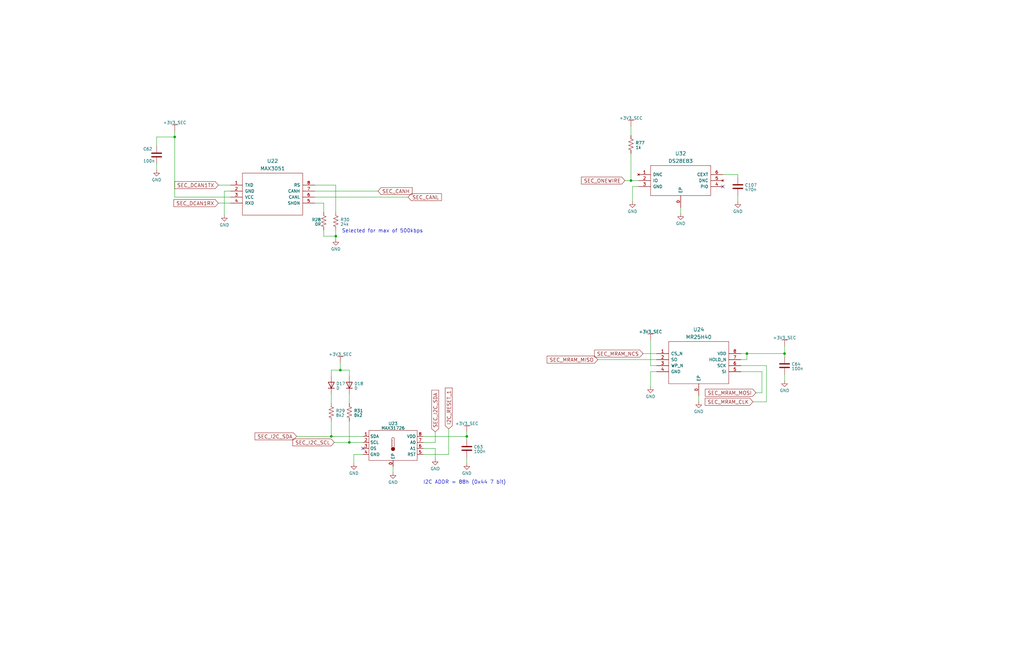
<source format=kicad_sch>
(kicad_sch (version 20230121) (generator eeschema)

  (uuid 1bdceff9-10eb-4c89-a6d1-b70bb89ed234)

  (paper "USLedger")

  (title_block
    (title "Radiation Tolerant Internal Housekeeping Unit (IHU)")
    (date "2023-08-24")
    (rev "1.2A")
    (company "AMSAT-NA")
    (comment 1 "C. Castillo")
    (comment 2 "Z. Metzinger")
  )

  (lib_symbols
    (symbol "Device:C" (pin_numbers hide) (pin_names (offset 0.254)) (in_bom yes) (on_board yes)
      (property "Reference" "C" (at 0.635 2.54 0)
        (effects (font (size 1.27 1.27)) (justify left))
      )
      (property "Value" "C" (at 0.635 -2.54 0)
        (effects (font (size 1.27 1.27)) (justify left))
      )
      (property "Footprint" "" (at 0.9652 -3.81 0)
        (effects (font (size 1.27 1.27)) hide)
      )
      (property "Datasheet" "~" (at 0 0 0)
        (effects (font (size 1.27 1.27)) hide)
      )
      (property "ki_keywords" "cap capacitor" (at 0 0 0)
        (effects (font (size 1.27 1.27)) hide)
      )
      (property "ki_description" "Unpolarized capacitor" (at 0 0 0)
        (effects (font (size 1.27 1.27)) hide)
      )
      (property "ki_fp_filters" "C_*" (at 0 0 0)
        (effects (font (size 1.27 1.27)) hide)
      )
      (symbol "C_0_1"
        (polyline
          (pts
            (xy -2.032 -0.762)
            (xy 2.032 -0.762)
          )
          (stroke (width 0.508) (type default))
          (fill (type none))
        )
        (polyline
          (pts
            (xy -2.032 0.762)
            (xy 2.032 0.762)
          )
          (stroke (width 0.508) (type default))
          (fill (type none))
        )
      )
      (symbol "C_1_1"
        (pin passive line (at 0 3.81 270) (length 2.794)
          (name "~" (effects (font (size 1.27 1.27))))
          (number "1" (effects (font (size 1.27 1.27))))
        )
        (pin passive line (at 0 -3.81 90) (length 2.794)
          (name "~" (effects (font (size 1.27 1.27))))
          (number "2" (effects (font (size 1.27 1.27))))
        )
      )
    )
    (symbol "Device:D" (pin_numbers hide) (pin_names (offset 1.016) hide) (in_bom yes) (on_board yes)
      (property "Reference" "D" (at 0 2.54 0)
        (effects (font (size 1.27 1.27)))
      )
      (property "Value" "D" (at 0 -2.54 0)
        (effects (font (size 1.27 1.27)))
      )
      (property "Footprint" "" (at 0 0 0)
        (effects (font (size 1.27 1.27)) hide)
      )
      (property "Datasheet" "~" (at 0 0 0)
        (effects (font (size 1.27 1.27)) hide)
      )
      (property "Sim.Device" "D" (at 0 0 0)
        (effects (font (size 1.27 1.27)) hide)
      )
      (property "Sim.Pins" "1=K 2=A" (at 0 0 0)
        (effects (font (size 1.27 1.27)) hide)
      )
      (property "ki_keywords" "diode" (at 0 0 0)
        (effects (font (size 1.27 1.27)) hide)
      )
      (property "ki_description" "Diode" (at 0 0 0)
        (effects (font (size 1.27 1.27)) hide)
      )
      (property "ki_fp_filters" "TO-???* *_Diode_* *SingleDiode* D_*" (at 0 0 0)
        (effects (font (size 1.27 1.27)) hide)
      )
      (symbol "D_0_1"
        (polyline
          (pts
            (xy -1.27 1.27)
            (xy -1.27 -1.27)
          )
          (stroke (width 0.254) (type default))
          (fill (type none))
        )
        (polyline
          (pts
            (xy 1.27 0)
            (xy -1.27 0)
          )
          (stroke (width 0) (type default))
          (fill (type none))
        )
        (polyline
          (pts
            (xy 1.27 1.27)
            (xy 1.27 -1.27)
            (xy -1.27 0)
            (xy 1.27 1.27)
          )
          (stroke (width 0.254) (type default))
          (fill (type none))
        )
      )
      (symbol "D_1_1"
        (pin passive line (at -3.81 0 0) (length 2.54)
          (name "K" (effects (font (size 1.27 1.27))))
          (number "1" (effects (font (size 1.27 1.27))))
        )
        (pin passive line (at 3.81 0 180) (length 2.54)
          (name "A" (effects (font (size 1.27 1.27))))
          (number "2" (effects (font (size 1.27 1.27))))
        )
      )
    )
    (symbol "Device:R_US" (pin_numbers hide) (pin_names (offset 0)) (in_bom yes) (on_board yes)
      (property "Reference" "R" (at 2.54 0 90)
        (effects (font (size 1.27 1.27)))
      )
      (property "Value" "R_US" (at -2.54 0 90)
        (effects (font (size 1.27 1.27)))
      )
      (property "Footprint" "" (at 1.016 -0.254 90)
        (effects (font (size 1.27 1.27)) hide)
      )
      (property "Datasheet" "~" (at 0 0 0)
        (effects (font (size 1.27 1.27)) hide)
      )
      (property "ki_keywords" "R res resistor" (at 0 0 0)
        (effects (font (size 1.27 1.27)) hide)
      )
      (property "ki_description" "Resistor, US symbol" (at 0 0 0)
        (effects (font (size 1.27 1.27)) hide)
      )
      (property "ki_fp_filters" "R_*" (at 0 0 0)
        (effects (font (size 1.27 1.27)) hide)
      )
      (symbol "R_US_0_1"
        (polyline
          (pts
            (xy 0 -2.286)
            (xy 0 -2.54)
          )
          (stroke (width 0) (type default))
          (fill (type none))
        )
        (polyline
          (pts
            (xy 0 2.286)
            (xy 0 2.54)
          )
          (stroke (width 0) (type default))
          (fill (type none))
        )
        (polyline
          (pts
            (xy 0 -0.762)
            (xy 1.016 -1.143)
            (xy 0 -1.524)
            (xy -1.016 -1.905)
            (xy 0 -2.286)
          )
          (stroke (width 0) (type default))
          (fill (type none))
        )
        (polyline
          (pts
            (xy 0 0.762)
            (xy 1.016 0.381)
            (xy 0 0)
            (xy -1.016 -0.381)
            (xy 0 -0.762)
          )
          (stroke (width 0) (type default))
          (fill (type none))
        )
        (polyline
          (pts
            (xy 0 2.286)
            (xy 1.016 1.905)
            (xy 0 1.524)
            (xy -1.016 1.143)
            (xy 0 0.762)
          )
          (stroke (width 0) (type default))
          (fill (type none))
        )
      )
      (symbol "R_US_1_1"
        (pin passive line (at 0 3.81 270) (length 1.27)
          (name "~" (effects (font (size 1.27 1.27))))
          (number "1" (effects (font (size 1.27 1.27))))
        )
        (pin passive line (at 0 -3.81 90) (length 1.27)
          (name "~" (effects (font (size 1.27 1.27))))
          (number "2" (effects (font (size 1.27 1.27))))
        )
      )
    )
    (symbol "amsat_discrete:+3V3_SEC" (power) (pin_names (offset 0)) (in_bom yes) (on_board yes)
      (property "Reference" "#PWR" (at 0 -3.81 0)
        (effects (font (size 1.27 1.27)) hide)
      )
      (property "Value" "+3V3_SEC" (at 0 3.556 0)
        (effects (font (size 1.27 1.27)))
      )
      (property "Footprint" "" (at 0 0 0)
        (effects (font (size 1.27 1.27)) hide)
      )
      (property "Datasheet" "" (at 0 0 0)
        (effects (font (size 1.27 1.27)) hide)
      )
      (property "ki_keywords" "Power Flag Symbol" (at 0 0 0)
        (effects (font (size 1.27 1.27)) hide)
      )
      (property "ki_description" "Power Net, Secondary, +3.3V" (at 0 0 0)
        (effects (font (size 1.27 1.27)) hide)
      )
      (symbol "+3V3_SEC_0_1"
        (polyline
          (pts
            (xy -1.27 2.54)
            (xy 0 2.54)
          )
          (stroke (width 0) (type solid))
          (fill (type none))
        )
        (polyline
          (pts
            (xy 0 0)
            (xy 0 2.54)
          )
          (stroke (width 0) (type solid))
          (fill (type none))
        )
        (polyline
          (pts
            (xy 0 2.54)
            (xy 1.27 2.54)
          )
          (stroke (width 0) (type solid))
          (fill (type none))
        )
      )
      (symbol "+3V3_SEC_1_1"
        (pin power_in line (at 0 0 90) (length 0) hide
          (name "+3V3_SEC" (effects (font (size 1.27 1.27))))
          (number "1" (effects (font (size 1.27 1.27))))
        )
      )
    )
    (symbol "amsat_everspin:MR25H40" (pin_names (offset 1.016)) (in_bom yes) (on_board yes)
      (property "Reference" "U" (at 11.43 -10.16 0)
        (effects (font (size 1.524 1.524)))
      )
      (property "Value" "MR25H40" (at 0 6.35 0)
        (effects (font (size 1.524 1.524)))
      )
      (property "Footprint" "" (at 0 0 0)
        (effects (font (size 1.524 1.524)) hide)
      )
      (property "Datasheet" "" (at 0 0 0)
        (effects (font (size 1.524 1.524)) hide)
      )
      (property "ki_description" "MRAM 512kB SPI 40MHz" (at 0 0 0)
        (effects (font (size 1.27 1.27)) hide)
      )
      (symbol "MR25H40_0_1"
        (rectangle (start -12.7 8.89) (end 12.7 -8.89)
          (stroke (width 0) (type solid))
          (fill (type none))
        )
      )
      (symbol "MR25H40_1_1"
        (pin power_in line (at 0 -13.97 90) (length 5.08)
          (name "EP" (effects (font (size 1.27 1.27))))
          (number "0" (effects (font (size 1.27 1.27))))
        )
        (pin input line (at -17.78 3.81 0) (length 5.08)
          (name "CS_N" (effects (font (size 1.27 1.27))))
          (number "1" (effects (font (size 1.27 1.27))))
        )
        (pin output line (at -17.78 1.27 0) (length 5.08)
          (name "SO" (effects (font (size 1.27 1.27))))
          (number "2" (effects (font (size 1.27 1.27))))
        )
        (pin input line (at -17.78 -1.27 0) (length 5.08)
          (name "WP_N" (effects (font (size 1.27 1.27))))
          (number "3" (effects (font (size 1.27 1.27))))
        )
        (pin power_in line (at -17.78 -3.81 0) (length 5.08)
          (name "GND" (effects (font (size 1.27 1.27))))
          (number "4" (effects (font (size 1.27 1.27))))
        )
        (pin input line (at 17.78 -3.81 180) (length 5.08)
          (name "SI" (effects (font (size 1.27 1.27))))
          (number "5" (effects (font (size 1.27 1.27))))
        )
        (pin input line (at 17.78 -1.27 180) (length 5.08)
          (name "SCK" (effects (font (size 1.27 1.27))))
          (number "6" (effects (font (size 1.27 1.27))))
        )
        (pin input line (at 17.78 1.27 180) (length 5.08)
          (name "HOLD_N" (effects (font (size 1.27 1.27))))
          (number "7" (effects (font (size 1.27 1.27))))
        )
        (pin power_in line (at 17.78 3.81 180) (length 5.08)
          (name "VDD" (effects (font (size 1.27 1.27))))
          (number "8" (effects (font (size 1.27 1.27))))
        )
      )
    )
    (symbol "amsat_maxim:DS28E83" (pin_names (offset 1.016)) (in_bom yes) (on_board yes)
      (property "Reference" "U" (at 11.43 -10.16 0)
        (effects (font (size 1.524 1.524)))
      )
      (property "Value" "DS28E83" (at 0 0 0)
        (effects (font (size 1.524 1.524)))
      )
      (property "Footprint" "" (at 0 0 0)
        (effects (font (size 1.524 1.524)) hide)
      )
      (property "Datasheet" "" (at 0 0 0)
        (effects (font (size 1.524 1.524)) hide)
      )
      (property "ki_description" "Radiation Resistant 1-Wire Authenticator" (at 0 0 0)
        (effects (font (size 1.27 1.27)) hide)
      )
      (property "ki_fp_filters" "TDFN_T633_2" (at 0 0 0)
        (effects (font (size 1.27 1.27)) hide)
      )
      (symbol "DS28E83_0_1"
        (rectangle (start -12.7 6.35) (end 12.7 -6.35)
          (stroke (width 0) (type solid))
          (fill (type none))
        )
      )
      (symbol "DS28E83_1_1"
        (pin power_in line (at 0 -11.43 90) (length 5.08)
          (name "EP" (effects (font (size 1.27 1.27))))
          (number "0" (effects (font (size 1.27 1.27))))
        )
        (pin no_connect line (at -17.78 2.54 0) (length 5.08)
          (name "DNC" (effects (font (size 1.27 1.27))))
          (number "1" (effects (font (size 1.27 1.27))))
        )
        (pin bidirectional line (at -17.78 0 0) (length 5.08)
          (name "IO" (effects (font (size 1.27 1.27))))
          (number "2" (effects (font (size 1.27 1.27))))
        )
        (pin power_in line (at -17.78 -2.54 0) (length 5.08)
          (name "GND" (effects (font (size 1.27 1.27))))
          (number "3" (effects (font (size 1.27 1.27))))
        )
        (pin bidirectional line (at 17.78 -2.54 180) (length 5.08)
          (name "PIO" (effects (font (size 1.27 1.27))))
          (number "4" (effects (font (size 1.27 1.27))))
        )
        (pin no_connect line (at 17.78 0 180) (length 5.08)
          (name "DNC" (effects (font (size 1.27 1.27))))
          (number "5" (effects (font (size 1.27 1.27))))
        )
        (pin passive line (at 17.78 2.54 180) (length 5.08)
          (name "CEXT" (effects (font (size 1.27 1.27))))
          (number "6" (effects (font (size 1.27 1.27))))
        )
      )
    )
    (symbol "amsat_maxim:MAX3051" (pin_names (offset 1.016)) (in_bom yes) (on_board yes)
      (property "Reference" "U" (at 11.43 -10.16 0)
        (effects (font (size 1.524 1.524)))
      )
      (property "Value" "MAX3051" (at 0 0 0)
        (effects (font (size 1.524 1.524)))
      )
      (property "Footprint" "" (at 0 0 0)
        (effects (font (size 1.524 1.524)) hide)
      )
      (property "Datasheet" "" (at 0 0 0)
        (effects (font (size 1.524 1.524)) hide)
      )
      (property "ki_description" "CAN Transciever, +3.3v, 1Mbps" (at 0 0 0)
        (effects (font (size 1.27 1.27)) hide)
      )
      (symbol "MAX3051_0_1"
        (rectangle (start -12.7 8.89) (end 12.7 -8.89)
          (stroke (width 0) (type solid))
          (fill (type none))
        )
      )
      (symbol "MAX3051_1_1"
        (pin input line (at -17.78 3.81 0) (length 5.08)
          (name "TXD" (effects (font (size 1.27 1.27))))
          (number "1" (effects (font (size 1.27 1.27))))
        )
        (pin input line (at -17.78 1.27 0) (length 5.08)
          (name "GND" (effects (font (size 1.27 1.27))))
          (number "2" (effects (font (size 1.27 1.27))))
        )
        (pin input line (at -17.78 -1.27 0) (length 5.08)
          (name "VCC" (effects (font (size 1.27 1.27))))
          (number "3" (effects (font (size 1.27 1.27))))
        )
        (pin output line (at -17.78 -3.81 0) (length 5.08)
          (name "RXD" (effects (font (size 1.27 1.27))))
          (number "4" (effects (font (size 1.27 1.27))))
        )
        (pin input line (at 17.78 -3.81 180) (length 5.08)
          (name "SHDN" (effects (font (size 1.27 1.27))))
          (number "5" (effects (font (size 1.27 1.27))))
        )
        (pin bidirectional line (at 17.78 -1.27 180) (length 5.08)
          (name "CANL" (effects (font (size 1.27 1.27))))
          (number "6" (effects (font (size 1.27 1.27))))
        )
        (pin bidirectional line (at 17.78 1.27 180) (length 5.08)
          (name "CANH" (effects (font (size 1.27 1.27))))
          (number "7" (effects (font (size 1.27 1.27))))
        )
        (pin input line (at 17.78 3.81 180) (length 5.08)
          (name "RS" (effects (font (size 1.27 1.27))))
          (number "8" (effects (font (size 1.27 1.27))))
        )
      )
    )
    (symbol "amsat_maxim:MAX31726" (in_bom yes) (on_board yes)
      (property "Reference" "U" (at 0 10.795 0)
        (effects (font (size 1.27 1.27)))
      )
      (property "Value" "MAX31726" (at 0 8.89 0)
        (effects (font (size 1.27 1.27)))
      )
      (property "Footprint" "amsat_updated_symbols:TDFN8_CP1.58x2.53" (at 0 -10.16 0)
        (effects (font (size 1.27 1.27)) hide)
      )
      (property "Datasheet" "https://www.analog.com/media/en/technical-documentation/data-sheets/MAX31725-MAX31726.pdf" (at 2.413 -11.684 0)
        (effects (font (size 1.27 1.27)) hide)
      )
      (property "ki_description" "I2C Temperature Sensor" (at 0 0 0)
        (effects (font (size 1.27 1.27)) hide)
      )
      (symbol "MAX31726_1_1"
        (rectangle (start -10.16 7.62) (end 10.16 -5.08)
          (stroke (width 0) (type default))
          (fill (type none))
        )
        (circle (center 0 -0.254) (radius 0.7405)
          (stroke (width 0) (type default))
          (fill (type outline))
        )
        (polyline
          (pts
            (xy -0.508 0.254)
            (xy -0.508 4.064)
          )
          (stroke (width 0) (type default))
          (fill (type none))
        )
        (polyline
          (pts
            (xy -0.508 1.143)
            (xy -0.254 1.143)
          )
          (stroke (width 0) (type default))
          (fill (type none))
        )
        (polyline
          (pts
            (xy -0.508 1.905)
            (xy -0.127 1.905)
          )
          (stroke (width 0) (type default))
          (fill (type none))
        )
        (polyline
          (pts
            (xy -0.508 2.667)
            (xy -0.127 2.667)
          )
          (stroke (width 0) (type default))
          (fill (type none))
        )
        (polyline
          (pts
            (xy -0.508 3.429)
            (xy -0.127 3.429)
          )
          (stroke (width 0) (type default))
          (fill (type none))
        )
        (polyline
          (pts
            (xy -0.254 1.143)
            (xy -0.127 1.143)
          )
          (stroke (width 0) (type default))
          (fill (type none))
        )
        (polyline
          (pts
            (xy 0.508 0.254)
            (xy 0.508 4.064)
          )
          (stroke (width 0) (type default))
          (fill (type none))
        )
        (arc (start 0 4.572) (mid -0.3592 4.4232) (end -0.508 4.064)
          (stroke (width 0) (type default))
          (fill (type none))
        )
        (arc (start 0.508 4.064) (mid 0.3592 4.4232) (end 0 4.572)
          (stroke (width 0) (type default))
          (fill (type none))
        )
        (pin input line (at 0 -7.62 90) (length 2.54)
          (name "EP" (effects (font (size 1.27 1.27))))
          (number "0" (effects (font (size 1.27 1.27))))
        )
        (pin bidirectional line (at -12.7 5.08 0) (length 2.54)
          (name "SDA" (effects (font (size 1.27 1.27))))
          (number "1" (effects (font (size 1.27 1.27))))
        )
        (pin bidirectional line (at -12.7 2.54 0) (length 2.54)
          (name "SCL" (effects (font (size 1.27 1.27))))
          (number "2" (effects (font (size 1.27 1.27))))
        )
        (pin input line (at -12.7 0 0) (length 2.54)
          (name "OS" (effects (font (size 1.27 1.27))))
          (number "3" (effects (font (size 1.27 1.27))))
        )
        (pin power_in line (at -12.7 -2.54 0) (length 2.54)
          (name "GND" (effects (font (size 1.27 1.27))))
          (number "4" (effects (font (size 1.27 1.27))))
        )
        (pin input line (at 12.7 -2.54 180) (length 2.54)
          (name "RST" (effects (font (size 1.27 1.27))))
          (number "5" (effects (font (size 1.27 1.27))))
        )
        (pin input line (at 12.7 0 180) (length 2.54)
          (name "A1" (effects (font (size 1.27 1.27))))
          (number "6" (effects (font (size 1.27 1.27))))
        )
        (pin input line (at 12.7 2.54 180) (length 2.54)
          (name "A0" (effects (font (size 1.27 1.27))))
          (number "7" (effects (font (size 1.27 1.27))))
        )
        (pin power_in line (at 12.7 5.08 180) (length 2.54)
          (name "VDD" (effects (font (size 1.27 1.27))))
          (number "8" (effects (font (size 1.27 1.27))))
        )
      )
    )
    (symbol "power:GND" (power) (pin_names (offset 0)) (in_bom yes) (on_board yes)
      (property "Reference" "#PWR" (at 0 -6.35 0)
        (effects (font (size 1.27 1.27)) hide)
      )
      (property "Value" "GND" (at 0 -3.81 0)
        (effects (font (size 1.27 1.27)))
      )
      (property "Footprint" "" (at 0 0 0)
        (effects (font (size 1.27 1.27)) hide)
      )
      (property "Datasheet" "" (at 0 0 0)
        (effects (font (size 1.27 1.27)) hide)
      )
      (property "ki_keywords" "global power" (at 0 0 0)
        (effects (font (size 1.27 1.27)) hide)
      )
      (property "ki_description" "Power symbol creates a global label with name \"GND\" , ground" (at 0 0 0)
        (effects (font (size 1.27 1.27)) hide)
      )
      (symbol "GND_0_1"
        (polyline
          (pts
            (xy 0 0)
            (xy 0 -1.27)
            (xy 1.27 -1.27)
            (xy 0 -2.54)
            (xy -1.27 -1.27)
            (xy 0 -1.27)
          )
          (stroke (width 0) (type default))
          (fill (type none))
        )
      )
      (symbol "GND_1_1"
        (pin power_in line (at 0 0 270) (length 0) hide
          (name "GND" (effects (font (size 1.27 1.27))))
          (number "1" (effects (font (size 1.27 1.27))))
        )
      )
    )
  )

  (junction (at 266.065 76.2) (diameter 0) (color 0 0 0 0)
    (uuid 21d2b0e5-a4ea-46df-a71e-ac48376f065a)
  )
  (junction (at 143.51 156.21) (diameter 0) (color 0 0 0 0)
    (uuid 43040a6a-b72a-4cb1-8932-524ccb649182)
  )
  (junction (at 196.85 184.15) (diameter 0) (color 0 0 0 0)
    (uuid 522213c4-699c-4f30-90fd-08d580fb5cbb)
  )
  (junction (at 330.835 149.225) (diameter 0) (color 0 0 0 0)
    (uuid 6d65f3ba-b806-43be-9e1b-925b44259e73)
  )
  (junction (at 141.605 99.695) (diameter 0) (color 0 0 0 0)
    (uuid bc5bfe21-139d-4a46-aab1-a1457fef06ea)
  )
  (junction (at 73.66 57.785) (diameter 0) (color 0 0 0 0)
    (uuid ed7a4456-b106-4f12-b8b0-8a4ba7c3ebb8)
  )
  (junction (at 139.7 184.15) (diameter 0) (color 0 0 0 0)
    (uuid f370ca96-efbf-4bd8-8f5d-003b6482688d)
  )
  (junction (at 314.96 149.225) (diameter 0) (color 0 0 0 0)
    (uuid fcb54b1e-7b45-4645-bdd8-0dd8deccd05e)
  )
  (junction (at 147.32 186.69) (diameter 0) (color 0 0 0 0)
    (uuid fdb0ddc9-c1cf-4b60-ac33-977ce1ea98d6)
  )

  (no_connect (at 304.8 78.74) (uuid 117ab1ad-587f-4b8a-a169-a40893b70798))
  (no_connect (at 153.035 189.23) (uuid aee67237-7fbc-40e0-a697-ad8f7e637a1b))

  (wire (pts (xy 66.04 57.785) (xy 73.66 57.785))
    (stroke (width 0) (type default))
    (uuid 03266412-880f-4c5b-bc9a-9b1e9b086e75)
  )
  (wire (pts (xy 189.23 180.975) (xy 189.23 191.77))
    (stroke (width 0) (type default))
    (uuid 0553ce50-aa68-4764-9a9a-c62d7119dab2)
  )
  (wire (pts (xy 178.435 191.77) (xy 189.23 191.77))
    (stroke (width 0) (type default))
    (uuid 06f1a38d-24c4-41b2-86dd-8f4575f46cf0)
  )
  (wire (pts (xy 276.86 156.845) (xy 274.32 156.845))
    (stroke (width 0) (type default))
    (uuid 09e795cf-8e2c-4664-a80d-35a53d8f608a)
  )
  (wire (pts (xy 294.64 167.005) (xy 294.64 169.545))
    (stroke (width 0) (type default))
    (uuid 0d15b51f-d14f-489a-94b4-8fa962508722)
  )
  (wire (pts (xy 321.31 156.845) (xy 321.31 165.735))
    (stroke (width 0) (type default))
    (uuid 105c8488-95b2-48fa-abac-5b57c63e02ca)
  )
  (wire (pts (xy 330.835 146.05) (xy 330.835 149.225))
    (stroke (width 0) (type default))
    (uuid 11e4d7d7-587d-4100-a59b-3088a8e57271)
  )
  (wire (pts (xy 153.035 191.77) (xy 149.225 191.77))
    (stroke (width 0) (type default))
    (uuid 14af47ca-3e2a-4618-ad7b-02b55216bf60)
  )
  (wire (pts (xy 125.095 184.15) (xy 139.7 184.15))
    (stroke (width 0) (type default))
    (uuid 16b18ef6-db86-420e-9ccc-ddb43d5ca7e1)
  )
  (wire (pts (xy 312.42 149.225) (xy 314.96 149.225))
    (stroke (width 0) (type default))
    (uuid 1860d6fd-2904-475e-b3f1-62d7801f441d)
  )
  (wire (pts (xy 178.435 189.23) (xy 183.515 189.23))
    (stroke (width 0) (type default))
    (uuid 1ddc057d-444b-4f94-8561-187163a1fd87)
  )
  (wire (pts (xy 266.065 64.77) (xy 266.065 76.2))
    (stroke (width 0) (type default))
    (uuid 225ede13-5ab4-4fe5-93c5-09712567260f)
  )
  (wire (pts (xy 73.66 55.245) (xy 73.66 57.785))
    (stroke (width 0) (type default))
    (uuid 2569c8e3-4987-4ad8-965a-f338cec93f82)
  )
  (wire (pts (xy 140.97 186.69) (xy 147.32 186.69))
    (stroke (width 0) (type default))
    (uuid 282029d4-9317-4583-b808-72511b066f4c)
  )
  (wire (pts (xy 139.7 184.15) (xy 153.035 184.15))
    (stroke (width 0) (type default))
    (uuid 2b4a51f2-614f-44e9-bf4b-a11a37e15cb2)
  )
  (wire (pts (xy 323.215 169.545) (xy 317.5 169.545))
    (stroke (width 0) (type default))
    (uuid 36bf0626-cdb8-482d-b30c-6ef63a355b27)
  )
  (wire (pts (xy 149.225 191.77) (xy 149.225 195.58))
    (stroke (width 0) (type default))
    (uuid 3855d820-a16f-4d6d-86d7-83e86025f310)
  )
  (wire (pts (xy 132.715 83.185) (xy 172.085 83.185))
    (stroke (width 0) (type default))
    (uuid 3adaf93b-3a85-43b6-8ff8-04f67453cd86)
  )
  (wire (pts (xy 196.85 184.15) (xy 196.85 185.42))
    (stroke (width 0) (type default))
    (uuid 430aa29d-131a-40dd-91e5-ff1ac3a08858)
  )
  (wire (pts (xy 136.525 99.695) (xy 141.605 99.695))
    (stroke (width 0) (type default))
    (uuid 455dacdf-fb1b-475c-95a2-4f6b926e9215)
  )
  (wire (pts (xy 314.96 149.225) (xy 330.835 149.225))
    (stroke (width 0) (type default))
    (uuid 476b8f5f-968f-4537-8245-848cba20a032)
  )
  (wire (pts (xy 311.15 73.66) (xy 311.15 74.93))
    (stroke (width 0) (type default))
    (uuid 48d9158d-d3ce-42e8-ba77-391f6beda0bc)
  )
  (wire (pts (xy 312.42 156.845) (xy 321.31 156.845))
    (stroke (width 0) (type default))
    (uuid 598e8ab5-211c-4f74-80d1-c74bacffe22e)
  )
  (wire (pts (xy 269.24 78.74) (xy 266.7 78.74))
    (stroke (width 0) (type default))
    (uuid 61fdd631-2fc7-45c9-a211-3a0f0192b2aa)
  )
  (wire (pts (xy 252.095 151.765) (xy 276.86 151.765))
    (stroke (width 0) (type default))
    (uuid 64facf04-a8ea-434d-ae12-af26edaea757)
  )
  (wire (pts (xy 141.605 97.155) (xy 141.605 99.695))
    (stroke (width 0) (type default))
    (uuid 65d1d12e-c72d-4453-8547-0f3539fb8412)
  )
  (wire (pts (xy 94.615 80.645) (xy 94.615 90.805))
    (stroke (width 0) (type default))
    (uuid 66407729-de2b-49d3-97bf-f3d57afc696c)
  )
  (wire (pts (xy 73.66 57.785) (xy 73.66 83.185))
    (stroke (width 0) (type default))
    (uuid 6b8f10c6-ec53-4818-9076-b24196480ff8)
  )
  (wire (pts (xy 183.515 189.23) (xy 183.515 193.675))
    (stroke (width 0) (type default))
    (uuid 6b9a487b-9bd8-4b37-8c48-1844790df91d)
  )
  (wire (pts (xy 312.42 151.765) (xy 314.96 151.765))
    (stroke (width 0) (type default))
    (uuid 6fa6a158-a176-424a-83a3-6dea1fa4e140)
  )
  (wire (pts (xy 274.32 154.305) (xy 274.32 143.51))
    (stroke (width 0) (type default))
    (uuid 73d246a7-f530-45de-bcd0-aaebb7030611)
  )
  (wire (pts (xy 321.31 165.735) (xy 318.77 165.735))
    (stroke (width 0) (type default))
    (uuid 794a28d4-f267-4a0a-a4c0-37902555e5af)
  )
  (wire (pts (xy 132.715 78.105) (xy 141.605 78.105))
    (stroke (width 0) (type default))
    (uuid 7b65613c-0379-4a41-b728-36b150e67007)
  )
  (wire (pts (xy 97.155 80.645) (xy 94.615 80.645))
    (stroke (width 0) (type default))
    (uuid 81dde05f-78e0-4936-b127-6b0c4d047170)
  )
  (wire (pts (xy 323.215 154.305) (xy 323.215 169.545))
    (stroke (width 0) (type default))
    (uuid 829dd264-1786-4edb-84c3-e9a19c628c0e)
  )
  (wire (pts (xy 141.605 78.105) (xy 141.605 89.535))
    (stroke (width 0) (type default))
    (uuid 82bbc108-4eb4-47c4-b47a-e93a86f5609a)
  )
  (wire (pts (xy 330.835 149.225) (xy 330.835 150.495))
    (stroke (width 0) (type default))
    (uuid 861cd159-80c4-4a04-b87e-733c75f233c7)
  )
  (wire (pts (xy 266.7 78.74) (xy 266.7 85.09))
    (stroke (width 0) (type default))
    (uuid 8f01b254-7252-4422-9ea6-82d5a62d97ea)
  )
  (wire (pts (xy 66.04 61.595) (xy 66.04 57.785))
    (stroke (width 0) (type default))
    (uuid 949cc631-a746-4c8e-94c4-f56832e2d21d)
  )
  (wire (pts (xy 139.7 166.37) (xy 139.7 170.18))
    (stroke (width 0) (type default))
    (uuid 94ebedb2-aecd-4362-9d79-f6096844cd86)
  )
  (wire (pts (xy 141.605 99.695) (xy 141.605 100.965))
    (stroke (width 0) (type default))
    (uuid a3059b57-adb3-43cb-baeb-1d04ca7f1b69)
  )
  (wire (pts (xy 330.835 158.115) (xy 330.835 160.655))
    (stroke (width 0) (type default))
    (uuid a56297e4-d80a-44de-b5f8-40d511c9657a)
  )
  (wire (pts (xy 139.7 177.8) (xy 139.7 184.15))
    (stroke (width 0) (type default))
    (uuid a5cc5e0d-58fd-4945-81cc-7a2c1547a60e)
  )
  (wire (pts (xy 276.86 154.305) (xy 274.32 154.305))
    (stroke (width 0) (type default))
    (uuid a649b6be-4091-4175-8ca1-92188fdb4e50)
  )
  (wire (pts (xy 165.735 196.85) (xy 165.735 199.39))
    (stroke (width 0) (type default))
    (uuid a7618e1e-70fc-4ecd-afda-e9991f9c6aec)
  )
  (wire (pts (xy 139.7 156.21) (xy 143.51 156.21))
    (stroke (width 0) (type default))
    (uuid ab327dd5-5bb3-4288-9516-c2d6d2e97484)
  )
  (wire (pts (xy 196.85 193.04) (xy 196.85 195.58))
    (stroke (width 0) (type default))
    (uuid acdc2ae3-baa4-4056-ada5-142c2c894a6b)
  )
  (wire (pts (xy 178.435 184.15) (xy 196.85 184.15))
    (stroke (width 0) (type default))
    (uuid b095652d-7e3f-447b-b0ef-b571814c0ff4)
  )
  (wire (pts (xy 66.04 69.215) (xy 66.04 71.755))
    (stroke (width 0) (type default))
    (uuid b98c0c73-f50c-46d3-b313-66da34e0341c)
  )
  (wire (pts (xy 323.215 154.305) (xy 312.42 154.305))
    (stroke (width 0) (type default))
    (uuid bdb11cb2-3dc3-4a81-80e8-cdc53e905d38)
  )
  (wire (pts (xy 139.7 158.75) (xy 139.7 156.21))
    (stroke (width 0) (type default))
    (uuid bf76ad32-0ca4-4cde-af55-3e203cb9cb29)
  )
  (wire (pts (xy 73.66 83.185) (xy 97.155 83.185))
    (stroke (width 0) (type default))
    (uuid c0009dd4-60c5-4a2c-8af6-2fa6f7650933)
  )
  (wire (pts (xy 276.86 149.225) (xy 271.145 149.225))
    (stroke (width 0) (type default))
    (uuid c0261ad9-fd3d-4de2-87df-f0e4fa15c03d)
  )
  (wire (pts (xy 92.075 78.105) (xy 97.155 78.105))
    (stroke (width 0) (type default))
    (uuid c1403578-8683-4f75-ade4-2369d12508f0)
  )
  (wire (pts (xy 147.32 177.8) (xy 147.32 186.69))
    (stroke (width 0) (type default))
    (uuid c3c45c06-391f-4b59-a0b1-a9470b8b6984)
  )
  (wire (pts (xy 92.075 85.725) (xy 97.155 85.725))
    (stroke (width 0) (type default))
    (uuid c9431b5b-cbda-45fc-bf14-bbcf9a271397)
  )
  (wire (pts (xy 136.525 85.725) (xy 136.525 89.535))
    (stroke (width 0) (type default))
    (uuid c94da5bd-5e05-4c52-881c-a8db314bd720)
  )
  (wire (pts (xy 147.32 156.21) (xy 147.32 158.75))
    (stroke (width 0) (type default))
    (uuid cb241f1f-cd0b-4489-bb88-1f96a3d2d686)
  )
  (wire (pts (xy 183.515 182.245) (xy 183.515 186.69))
    (stroke (width 0) (type default))
    (uuid cd1980da-bcae-4796-961f-c8b839f53ae3)
  )
  (wire (pts (xy 136.525 97.155) (xy 136.525 99.695))
    (stroke (width 0) (type default))
    (uuid ce3350e5-e88c-4bf8-b81a-90c69623c360)
  )
  (wire (pts (xy 143.51 156.21) (xy 147.32 156.21))
    (stroke (width 0) (type default))
    (uuid d04a4857-050b-45cc-b176-14e086961c29)
  )
  (wire (pts (xy 132.715 80.645) (xy 159.385 80.645))
    (stroke (width 0) (type default))
    (uuid d3ea9230-384f-4bae-aaf0-a8a5437de667)
  )
  (wire (pts (xy 314.96 151.765) (xy 314.96 149.225))
    (stroke (width 0) (type default))
    (uuid d5c63f0d-f61e-4279-8206-fd1ff175aaaa)
  )
  (wire (pts (xy 263.525 76.2) (xy 266.065 76.2))
    (stroke (width 0) (type default))
    (uuid d651f9f5-742b-4ec1-859a-2ba0399998b5)
  )
  (wire (pts (xy 266.065 53.34) (xy 266.065 57.15))
    (stroke (width 0) (type default))
    (uuid d7dd731c-e23b-4a9e-b234-f241bd422e3c)
  )
  (wire (pts (xy 143.51 156.21) (xy 143.51 153.035))
    (stroke (width 0) (type default))
    (uuid e4ddf321-8924-4c18-9bc7-5590fcfa7a33)
  )
  (wire (pts (xy 178.435 186.69) (xy 183.515 186.69))
    (stroke (width 0) (type default))
    (uuid e911858f-0b71-49ed-bf2b-b6fc9e3f7bab)
  )
  (wire (pts (xy 274.32 156.845) (xy 274.32 163.195))
    (stroke (width 0) (type default))
    (uuid ed16c440-932f-4e59-9a57-02fd8aa0a822)
  )
  (wire (pts (xy 196.85 182.245) (xy 196.85 184.15))
    (stroke (width 0) (type default))
    (uuid ed79b67d-1fcf-4c15-9c43-6ece5e0ba363)
  )
  (wire (pts (xy 304.8 73.66) (xy 311.15 73.66))
    (stroke (width 0) (type default))
    (uuid f0fa423e-fe40-4fb5-b909-83088fb4e96f)
  )
  (wire (pts (xy 147.32 166.37) (xy 147.32 170.18))
    (stroke (width 0) (type default))
    (uuid f350ad8a-bc16-4aca-b1d2-5f67963d688f)
  )
  (wire (pts (xy 311.15 82.55) (xy 311.15 85.09))
    (stroke (width 0) (type default))
    (uuid f642bdb3-8bc1-4183-8334-1524f5c7356e)
  )
  (wire (pts (xy 287.02 87.63) (xy 287.02 90.17))
    (stroke (width 0) (type default))
    (uuid f7656e74-e673-4a82-87ce-e4d6a9f98193)
  )
  (wire (pts (xy 147.32 186.69) (xy 153.035 186.69))
    (stroke (width 0) (type default))
    (uuid f8db8322-9c7e-4e74-aa07-7e56642706f9)
  )
  (wire (pts (xy 132.715 85.725) (xy 136.525 85.725))
    (stroke (width 0) (type default))
    (uuid fc687213-d81a-44d7-bf6a-0489ef9643c8)
  )
  (wire (pts (xy 266.065 76.2) (xy 269.24 76.2))
    (stroke (width 0) (type default))
    (uuid ffdc5e13-51b6-4279-be56-36fbe6642b09)
  )

  (text "Selected for max of 500kbps" (at 144.145 98.425 0)
    (effects (font (size 1.524 1.524)) (justify left bottom))
    (uuid 26953d39-24c7-4198-a2e2-6961cbf4ea35)
  )
  (text "I2C ADDR = 88h (0x44 7 bit)" (at 178.435 204.47 0)
    (effects (font (size 1.524 1.524)) (justify left bottom))
    (uuid 43cd8946-7e52-489d-93a3-755f1836ce95)
  )

  (global_label "SEC_DCAN1TX" (shape input) (at 92.075 78.105 180)
    (effects (font (size 1.524 1.524)) (justify right))
    (uuid 02ddbeab-8834-4b65-a751-06bc738896fc)
    (property "Intersheetrefs" "${INTERSHEET_REFS}" (at 92.075 78.105 0)
      (effects (font (size 1.27 1.27)) hide)
    )
  )
  (global_label "SEC_MRAM_NCS" (shape input) (at 271.145 149.225 180)
    (effects (font (size 1.524 1.524)) (justify right))
    (uuid 24eaf4d6-9fef-498b-a39a-dd10b48bd1e6)
    (property "Intersheetrefs" "${INTERSHEET_REFS}" (at 271.145 149.225 0)
      (effects (font (size 1.27 1.27)) hide)
    )
  )
  (global_label "SEC_I2C_SDA" (shape input) (at 125.095 184.15 180)
    (effects (font (size 1.524 1.524)) (justify right))
    (uuid 4aee339b-83e2-4cd6-9bc2-60d92ed321ad)
    (property "Intersheetrefs" "${INTERSHEET_REFS}" (at 125.095 184.15 0)
      (effects (font (size 1.27 1.27)) hide)
    )
  )
  (global_label "SEC_I2C_SDA" (shape input) (at 183.515 182.245 90)
    (effects (font (size 1.524 1.524)) (justify left))
    (uuid 54415a92-25e6-436c-8fbd-8c8c0aa83be7)
    (property "Intersheetrefs" "${INTERSHEET_REFS}" (at 183.515 182.245 0)
      (effects (font (size 1.27 1.27)) hide)
    )
  )
  (global_label "SEC_MRAM_MOSI" (shape input) (at 318.77 165.735 180)
    (effects (font (size 1.524 1.524)) (justify right))
    (uuid 5b1441c5-ddc2-42ec-a33c-31a4084a09b1)
    (property "Intersheetrefs" "${INTERSHEET_REFS}" (at 318.77 165.735 0)
      (effects (font (size 1.27 1.27)) hide)
    )
  )
  (global_label "SEC_I2C_SCL" (shape input) (at 140.97 186.69 180)
    (effects (font (size 1.524 1.524)) (justify right))
    (uuid 5b98b161-3239-4dcf-914c-a9d432a04204)
    (property "Intersheetrefs" "${INTERSHEET_REFS}" (at 140.97 186.69 0)
      (effects (font (size 1.27 1.27)) hide)
    )
  )
  (global_label "SEC_DCAN1RX" (shape input) (at 92.075 85.725 180)
    (effects (font (size 1.524 1.524)) (justify right))
    (uuid 867b1d11-0b06-46f3-b56d-e5c79ce61d9b)
    (property "Intersheetrefs" "${INTERSHEET_REFS}" (at 92.075 85.725 0)
      (effects (font (size 1.27 1.27)) hide)
    )
  )
  (global_label "SEC_MRAM_MISO" (shape input) (at 252.095 151.765 180)
    (effects (font (size 1.524 1.524)) (justify right))
    (uuid 92d098a1-f86f-4361-8800-6fe73c95b1b0)
    (property "Intersheetrefs" "${INTERSHEET_REFS}" (at 252.095 151.765 0)
      (effects (font (size 1.27 1.27)) hide)
    )
  )
  (global_label "SEC_CANL" (shape input) (at 172.085 83.185 0)
    (effects (font (size 1.524 1.524)) (justify left))
    (uuid b97d3091-0155-4804-8589-06763319fec7)
    (property "Intersheetrefs" "${INTERSHEET_REFS}" (at 172.085 83.185 0)
      (effects (font (size 1.27 1.27)) hide)
    )
  )
  (global_label "SEC_MRAM_CLK" (shape input) (at 317.5 169.545 180)
    (effects (font (size 1.524 1.524)) (justify right))
    (uuid ba004649-e988-4f91-8299-8b362c0cdc33)
    (property "Intersheetrefs" "${INTERSHEET_REFS}" (at 317.5 169.545 0)
      (effects (font (size 1.27 1.27)) hide)
    )
  )
  (global_label "SEC_CANH" (shape input) (at 159.385 80.645 0)
    (effects (font (size 1.524 1.524)) (justify left))
    (uuid c5b259bf-2b03-4a1a-b1bb-3256b68d2c6c)
    (property "Intersheetrefs" "${INTERSHEET_REFS}" (at 159.385 80.645 0)
      (effects (font (size 1.27 1.27)) hide)
    )
  )
  (global_label "SEC_ONEWIRE" (shape input) (at 263.525 76.2 180)
    (effects (font (size 1.524 1.524)) (justify right))
    (uuid ca9b3b56-0e21-4e85-87fa-ea53fce5098a)
    (property "Intersheetrefs" "${INTERSHEET_REFS}" (at 263.525 76.2 0)
      (effects (font (size 1.27 1.27)) hide)
    )
  )
  (global_label "I2C_RESET_1" (shape input) (at 189.23 180.975 90) (fields_autoplaced)
    (effects (font (size 1.524 1.524)) (justify left))
    (uuid d0f18ea0-2a27-42df-8144-60257042a507)
    (property "Intersheetrefs" "${INTERSHEET_REFS}" (at 189.23 163.9046 90)
      (effects (font (size 1.27 1.27)) (justify left) hide)
    )
  )

  (symbol (lib_id "amsat_maxim:MAX3051") (at 114.935 81.915 0) (unit 1)
    (in_bom yes) (on_board yes) (dnp no)
    (uuid 1a7deea0-f463-45a4-9b79-a2bf635fcb69)
    (property "Reference" "U22" (at 114.935 67.945 0)
      (effects (font (size 1.524 1.524)))
    )
    (property "Value" "MAX3051" (at 114.935 71.12 0)
      (effects (font (size 1.524 1.524)))
    )
    (property "Footprint" "" (at 114.935 81.915 0)
      (effects (font (size 1.524 1.524)) hide)
    )
    (property "Datasheet" "" (at 114.935 81.915 0)
      (effects (font (size 1.524 1.524)) hide)
    )
    (pin "1" (uuid b260d4ee-1159-4d62-a857-8951a1d60417))
    (pin "2" (uuid 6e79c54e-9043-463a-b265-b3122e4801dc))
    (pin "3" (uuid c554c361-622e-489e-9407-998e1ab90fcf))
    (pin "4" (uuid b0cd9fe3-00e2-4192-97e3-696905dc7874))
    (pin "5" (uuid 59693777-e78a-429d-80bf-3b0874d386f2))
    (pin "6" (uuid c332548a-db29-4090-946c-ddfb68c8c63b))
    (pin "7" (uuid bdea0e6f-2f37-40f9-b966-422bc3d78663))
    (pin "8" (uuid 0713bad6-b3bf-4d4b-bdc7-75dd2644e830))
    (instances
      (project "rtihu"
        (path "/57c04969-edc8-4b2e-a3de-c8863ff04d88/00000000-0000-0000-0000-00005a7132ee"
          (reference "U22") (unit 1)
        )
      )
    )
  )

  (symbol (lib_id "amsat_discrete:+3V3_SEC") (at 266.065 53.34 0) (unit 1)
    (in_bom yes) (on_board yes) (dnp no) (fields_autoplaced)
    (uuid 22f6060f-7dad-4177-8845-610215effbee)
    (property "Reference" "#PWR0126" (at 266.065 57.15 0)
      (effects (font (size 1.27 1.27)) hide)
    )
    (property "Value" "+3V3_SEC" (at 266.065 49.8381 0)
      (effects (font (size 1.27 1.27)))
    )
    (property "Footprint" "" (at 266.065 53.34 0)
      (effects (font (size 1.27 1.27)) hide)
    )
    (property "Datasheet" "" (at 266.065 53.34 0)
      (effects (font (size 1.27 1.27)) hide)
    )
    (pin "1" (uuid 0f85717c-4afa-4a9a-b134-438b4106bf67))
    (instances
      (project "rtihu"
        (path "/57c04969-edc8-4b2e-a3de-c8863ff04d88/00000000-0000-0000-0000-00005a7132ee"
          (reference "#PWR0126") (unit 1)
        )
      )
    )
  )

  (symbol (lib_id "Device:D") (at 147.32 162.56 90) (unit 1)
    (in_bom yes) (on_board yes) (dnp no) (fields_autoplaced)
    (uuid 27f808d3-751b-434f-ae87-6441c90d58e4)
    (property "Reference" "D18" (at 149.352 161.9163 90)
      (effects (font (size 1.27 1.27)) (justify right))
    )
    (property "Value" "D" (at 149.352 163.8373 90)
      (effects (font (size 1.27 1.27)) (justify right))
    )
    (property "Footprint" "" (at 147.32 162.56 0)
      (effects (font (size 1.27 1.27)) hide)
    )
    (property "Datasheet" "~" (at 147.32 162.56 0)
      (effects (font (size 1.27 1.27)) hide)
    )
    (property "Sim.Device" "D" (at 147.32 162.56 0)
      (effects (font (size 1.27 1.27)) hide)
    )
    (property "Sim.Pins" "1=K 2=A" (at 147.32 162.56 0)
      (effects (font (size 1.27 1.27)) hide)
    )
    (pin "1" (uuid f24e3135-de06-451b-9fea-b78771c79532))
    (pin "2" (uuid 7be04255-7d12-4bc4-b95a-eae370fcf8df))
    (instances
      (project "rtihu"
        (path "/57c04969-edc8-4b2e-a3de-c8863ff04d88/00000000-0000-0000-0000-00005a7132ee"
          (reference "D18") (unit 1)
        )
      )
    )
  )

  (symbol (lib_id "power:GND") (at 94.615 90.805 0) (unit 1)
    (in_bom yes) (on_board yes) (dnp no) (fields_autoplaced)
    (uuid 305a9993-b6ac-429b-aabb-000c9c535827)
    (property "Reference" "#PWR0109" (at 94.615 97.155 0)
      (effects (font (size 1.27 1.27)) hide)
    )
    (property "Value" "GND" (at 94.615 94.9405 0)
      (effects (font (size 1.27 1.27)))
    )
    (property "Footprint" "" (at 94.615 90.805 0)
      (effects (font (size 1.27 1.27)) hide)
    )
    (property "Datasheet" "" (at 94.615 90.805 0)
      (effects (font (size 1.27 1.27)) hide)
    )
    (pin "1" (uuid 58d07c2a-8c55-4df3-a8cf-a47d19e479a1))
    (instances
      (project "rtihu"
        (path "/57c04969-edc8-4b2e-a3de-c8863ff04d88/00000000-0000-0000-0000-00005a7132ee"
          (reference "#PWR0109") (unit 1)
        )
      )
    )
  )

  (symbol (lib_id "amsat_discrete:+3V3_SEC") (at 330.835 146.05 0) (unit 1)
    (in_bom yes) (on_board yes) (dnp no) (fields_autoplaced)
    (uuid 30caa638-682f-4a92-b6bb-d27c395f9514)
    (property "Reference" "#PWR0125" (at 330.835 149.86 0)
      (effects (font (size 1.27 1.27)) hide)
    )
    (property "Value" "+3V3_SEC" (at 330.835 142.5481 0)
      (effects (font (size 1.27 1.27)))
    )
    (property "Footprint" "" (at 330.835 146.05 0)
      (effects (font (size 1.27 1.27)) hide)
    )
    (property "Datasheet" "" (at 330.835 146.05 0)
      (effects (font (size 1.27 1.27)) hide)
    )
    (pin "1" (uuid 46bda9be-7fb6-4fcd-a801-0f882de68953))
    (instances
      (project "rtihu"
        (path "/57c04969-edc8-4b2e-a3de-c8863ff04d88/00000000-0000-0000-0000-00005a7132ee"
          (reference "#PWR0125") (unit 1)
        )
      )
    )
  )

  (symbol (lib_id "amsat_discrete:+3V3_SEC") (at 73.66 55.245 0) (unit 1)
    (in_bom yes) (on_board yes) (dnp no) (fields_autoplaced)
    (uuid 34b5b1da-f8c2-4a7a-8d3c-e09f97dffc7d)
    (property "Reference" "#PWR0121" (at 73.66 59.055 0)
      (effects (font (size 1.27 1.27)) hide)
    )
    (property "Value" "+3V3_SEC" (at 73.66 51.7431 0)
      (effects (font (size 1.27 1.27)))
    )
    (property "Footprint" "" (at 73.66 55.245 0)
      (effects (font (size 1.27 1.27)) hide)
    )
    (property "Datasheet" "" (at 73.66 55.245 0)
      (effects (font (size 1.27 1.27)) hide)
    )
    (pin "1" (uuid b22b1395-6ca6-40f4-9f54-2c7a68a1145d))
    (instances
      (project "rtihu"
        (path "/57c04969-edc8-4b2e-a3de-c8863ff04d88/00000000-0000-0000-0000-00005a7132ee"
          (reference "#PWR0121") (unit 1)
        )
      )
    )
  )

  (symbol (lib_id "amsat_everspin:MR25H40") (at 294.64 153.035 0) (unit 1)
    (in_bom yes) (on_board yes) (dnp no)
    (uuid 461bc789-7853-41cb-9824-034141756a7a)
    (property "Reference" "U24" (at 294.64 139.065 0)
      (effects (font (size 1.524 1.524)))
    )
    (property "Value" "MR25H40" (at 294.64 142.24 0)
      (effects (font (size 1.524 1.524)))
    )
    (property "Footprint" "" (at 294.64 153.035 0)
      (effects (font (size 1.524 1.524)) hide)
    )
    (property "Datasheet" "" (at 294.64 153.035 0)
      (effects (font (size 1.524 1.524)) hide)
    )
    (pin "0" (uuid cafc1379-c86e-402d-a729-f4ecfcc406ad))
    (pin "1" (uuid 3567ad81-9de6-4937-93c3-28d06089c22b))
    (pin "2" (uuid 08625c2d-2808-49cd-b95b-ac8922e1d6f4))
    (pin "3" (uuid f26cc5ae-da61-423d-b913-3eece0e31896))
    (pin "4" (uuid 424ac107-354a-4e84-bb09-1a7989d96844))
    (pin "5" (uuid 96bbb982-ddb3-4e2c-8b8b-eb4a6ca499c4))
    (pin "6" (uuid f15b37f1-befc-48dd-9458-c1a6e35e90ca))
    (pin "7" (uuid fc539d21-5342-420a-b41e-ccbc21ea1ef1))
    (pin "8" (uuid 15062087-cb62-41be-b582-98ad3a8b0903))
    (instances
      (project "rtihu"
        (path "/57c04969-edc8-4b2e-a3de-c8863ff04d88/00000000-0000-0000-0000-00005a7132ee"
          (reference "U24") (unit 1)
        )
      )
    )
  )

  (symbol (lib_id "Device:R_US") (at 147.32 173.99 0) (unit 1)
    (in_bom yes) (on_board yes) (dnp no)
    (uuid 5f6f7b8c-e34b-4a57-aab7-f375c4d8e57c)
    (property "Reference" "R31" (at 149.225 173.355 0)
      (effects (font (size 1.27 1.27)) (justify left))
    )
    (property "Value" "8k2" (at 149.225 175.26 0)
      (effects (font (size 1.27 1.27)) (justify left))
    )
    (property "Footprint" "" (at 148.336 174.244 90)
      (effects (font (size 1.27 1.27)) hide)
    )
    (property "Datasheet" "~" (at 147.32 173.99 0)
      (effects (font (size 1.27 1.27)) hide)
    )
    (pin "1" (uuid da647deb-7873-4132-a41e-69411fb554d9))
    (pin "2" (uuid 3044f182-fcd1-4cc5-9582-7f5d15a11090))
    (instances
      (project "rtihu"
        (path "/57c04969-edc8-4b2e-a3de-c8863ff04d88/00000000-0000-0000-0000-00005a7132ee"
          (reference "R31") (unit 1)
        )
      )
    )
  )

  (symbol (lib_id "Device:C") (at 311.15 78.74 0) (unit 1)
    (in_bom yes) (on_board yes) (dnp no) (fields_autoplaced)
    (uuid 70c3c906-543b-478b-af2d-02c650a0d7d0)
    (property "Reference" "C107" (at 314.071 78.0963 0)
      (effects (font (size 1.27 1.27)) (justify left))
    )
    (property "Value" "470n" (at 314.071 80.0173 0)
      (effects (font (size 1.27 1.27)) (justify left))
    )
    (property "Footprint" "" (at 312.1152 82.55 0)
      (effects (font (size 1.27 1.27)) hide)
    )
    (property "Datasheet" "~" (at 311.15 78.74 0)
      (effects (font (size 1.27 1.27)) hide)
    )
    (pin "1" (uuid 51962de2-8f96-4dd2-bb20-249da21b43ea))
    (pin "2" (uuid c4cb51de-9c08-4657-a85c-c35d1cfb561d))
    (instances
      (project "rtihu"
        (path "/57c04969-edc8-4b2e-a3de-c8863ff04d88/00000000-0000-0000-0000-00005a7132ee"
          (reference "C107") (unit 1)
        )
      )
    )
  )

  (symbol (lib_id "power:GND") (at 266.7 85.09 0) (unit 1)
    (in_bom yes) (on_board yes) (dnp no) (fields_autoplaced)
    (uuid 76b4d60d-3549-45e4-b4f9-900b746be146)
    (property "Reference" "#PWR0119" (at 266.7 91.44 0)
      (effects (font (size 1.27 1.27)) hide)
    )
    (property "Value" "GND" (at 266.7 89.2255 0)
      (effects (font (size 1.27 1.27)))
    )
    (property "Footprint" "" (at 266.7 85.09 0)
      (effects (font (size 1.27 1.27)) hide)
    )
    (property "Datasheet" "" (at 266.7 85.09 0)
      (effects (font (size 1.27 1.27)) hide)
    )
    (pin "1" (uuid 43fa2905-3c09-4870-a185-1ff020c6db59))
    (instances
      (project "rtihu"
        (path "/57c04969-edc8-4b2e-a3de-c8863ff04d88/00000000-0000-0000-0000-00005a7132ee"
          (reference "#PWR0119") (unit 1)
        )
      )
    )
  )

  (symbol (lib_id "power:GND") (at 311.15 85.09 0) (unit 1)
    (in_bom yes) (on_board yes) (dnp no) (fields_autoplaced)
    (uuid 77e8fb8f-23fe-44e1-af97-574db23b2649)
    (property "Reference" "#PWR0120" (at 311.15 91.44 0)
      (effects (font (size 1.27 1.27)) hide)
    )
    (property "Value" "GND" (at 311.15 89.2255 0)
      (effects (font (size 1.27 1.27)))
    )
    (property "Footprint" "" (at 311.15 85.09 0)
      (effects (font (size 1.27 1.27)) hide)
    )
    (property "Datasheet" "" (at 311.15 85.09 0)
      (effects (font (size 1.27 1.27)) hide)
    )
    (pin "1" (uuid de657dcf-509c-4fe9-a88f-13ec6b920543))
    (instances
      (project "rtihu"
        (path "/57c04969-edc8-4b2e-a3de-c8863ff04d88/00000000-0000-0000-0000-00005a7132ee"
          (reference "#PWR0120") (unit 1)
        )
      )
    )
  )

  (symbol (lib_id "power:GND") (at 330.835 160.655 0) (unit 1)
    (in_bom yes) (on_board yes) (dnp no) (fields_autoplaced)
    (uuid 7b519040-26af-4e0b-b48d-d1adf4ac6be2)
    (property "Reference" "#PWR0117" (at 330.835 167.005 0)
      (effects (font (size 1.27 1.27)) hide)
    )
    (property "Value" "GND" (at 330.835 164.7905 0)
      (effects (font (size 1.27 1.27)))
    )
    (property "Footprint" "" (at 330.835 160.655 0)
      (effects (font (size 1.27 1.27)) hide)
    )
    (property "Datasheet" "" (at 330.835 160.655 0)
      (effects (font (size 1.27 1.27)) hide)
    )
    (pin "1" (uuid e416b072-4117-49b3-b2cd-e241b9730e0c))
    (instances
      (project "rtihu"
        (path "/57c04969-edc8-4b2e-a3de-c8863ff04d88/00000000-0000-0000-0000-00005a7132ee"
          (reference "#PWR0117") (unit 1)
        )
      )
    )
  )

  (symbol (lib_id "amsat_discrete:+3V3_SEC") (at 143.51 153.035 0) (unit 1)
    (in_bom yes) (on_board yes) (dnp no) (fields_autoplaced)
    (uuid 7c6b241c-cc44-4191-8422-c03d583dfa18)
    (property "Reference" "#PWR0122" (at 143.51 156.845 0)
      (effects (font (size 1.27 1.27)) hide)
    )
    (property "Value" "+3V3_SEC" (at 143.51 149.5331 0)
      (effects (font (size 1.27 1.27)))
    )
    (property "Footprint" "" (at 143.51 153.035 0)
      (effects (font (size 1.27 1.27)) hide)
    )
    (property "Datasheet" "" (at 143.51 153.035 0)
      (effects (font (size 1.27 1.27)) hide)
    )
    (pin "1" (uuid 80ac512e-61c9-4642-b27f-d4fad697a0b9))
    (instances
      (project "rtihu"
        (path "/57c04969-edc8-4b2e-a3de-c8863ff04d88/00000000-0000-0000-0000-00005a7132ee"
          (reference "#PWR0122") (unit 1)
        )
      )
    )
  )

  (symbol (lib_id "power:GND") (at 274.32 163.195 0) (unit 1)
    (in_bom yes) (on_board yes) (dnp no) (fields_autoplaced)
    (uuid 8039c367-0e71-4379-ab53-ac2aad9050ae)
    (property "Reference" "#PWR0115" (at 274.32 169.545 0)
      (effects (font (size 1.27 1.27)) hide)
    )
    (property "Value" "GND" (at 274.32 167.3305 0)
      (effects (font (size 1.27 1.27)))
    )
    (property "Footprint" "" (at 274.32 163.195 0)
      (effects (font (size 1.27 1.27)) hide)
    )
    (property "Datasheet" "" (at 274.32 163.195 0)
      (effects (font (size 1.27 1.27)) hide)
    )
    (pin "1" (uuid a890a74e-6078-461e-ba74-858e437c3fe9))
    (instances
      (project "rtihu"
        (path "/57c04969-edc8-4b2e-a3de-c8863ff04d88/00000000-0000-0000-0000-00005a7132ee"
          (reference "#PWR0115") (unit 1)
        )
      )
    )
  )

  (symbol (lib_id "amsat_discrete:+3V3_SEC") (at 196.85 182.245 0) (unit 1)
    (in_bom yes) (on_board yes) (dnp no) (fields_autoplaced)
    (uuid 8950d9fa-ec20-420a-ad4b-da4f689a43a4)
    (property "Reference" "#PWR0123" (at 196.85 186.055 0)
      (effects (font (size 1.27 1.27)) hide)
    )
    (property "Value" "+3V3_SEC" (at 196.85 178.7431 0)
      (effects (font (size 1.27 1.27)))
    )
    (property "Footprint" "" (at 196.85 182.245 0)
      (effects (font (size 1.27 1.27)) hide)
    )
    (property "Datasheet" "" (at 196.85 182.245 0)
      (effects (font (size 1.27 1.27)) hide)
    )
    (pin "1" (uuid bada5cb8-53ff-492b-9431-52cc29dadafb))
    (instances
      (project "rtihu"
        (path "/57c04969-edc8-4b2e-a3de-c8863ff04d88/00000000-0000-0000-0000-00005a7132ee"
          (reference "#PWR0123") (unit 1)
        )
      )
    )
  )

  (symbol (lib_id "Device:C") (at 196.85 189.23 0) (unit 1)
    (in_bom yes) (on_board yes) (dnp no) (fields_autoplaced)
    (uuid 915d2b81-cd40-405c-9040-24736fcbf19d)
    (property "Reference" "C63" (at 199.771 188.5863 0)
      (effects (font (size 1.27 1.27)) (justify left))
    )
    (property "Value" "100n" (at 199.771 190.5073 0)
      (effects (font (size 1.27 1.27)) (justify left))
    )
    (property "Footprint" "" (at 197.8152 193.04 0)
      (effects (font (size 1.27 1.27)) hide)
    )
    (property "Datasheet" "~" (at 196.85 189.23 0)
      (effects (font (size 1.27 1.27)) hide)
    )
    (pin "1" (uuid b24c4d85-bfc5-48c6-9b21-3c00cd7376ff))
    (pin "2" (uuid e6dad52e-f27f-448b-a799-815510ad661f))
    (instances
      (project "rtihu"
        (path "/57c04969-edc8-4b2e-a3de-c8863ff04d88/00000000-0000-0000-0000-00005a7132ee"
          (reference "C63") (unit 1)
        )
      )
    )
  )

  (symbol (lib_id "power:GND") (at 294.64 169.545 0) (unit 1)
    (in_bom yes) (on_board yes) (dnp no) (fields_autoplaced)
    (uuid 916ac753-1f57-4905-9deb-6c073fcd7163)
    (property "Reference" "#PWR0116" (at 294.64 175.895 0)
      (effects (font (size 1.27 1.27)) hide)
    )
    (property "Value" "GND" (at 294.64 173.6805 0)
      (effects (font (size 1.27 1.27)))
    )
    (property "Footprint" "" (at 294.64 169.545 0)
      (effects (font (size 1.27 1.27)) hide)
    )
    (property "Datasheet" "" (at 294.64 169.545 0)
      (effects (font (size 1.27 1.27)) hide)
    )
    (pin "1" (uuid 62362be0-c3ec-4a2c-8c5c-728186eadcff))
    (instances
      (project "rtihu"
        (path "/57c04969-edc8-4b2e-a3de-c8863ff04d88/00000000-0000-0000-0000-00005a7132ee"
          (reference "#PWR0116") (unit 1)
        )
      )
    )
  )

  (symbol (lib_id "power:GND") (at 141.605 100.965 0) (unit 1)
    (in_bom yes) (on_board yes) (dnp no) (fields_autoplaced)
    (uuid a2dd7e8e-c64f-4cda-890a-31268ea2cbb4)
    (property "Reference" "#PWR0108" (at 141.605 107.315 0)
      (effects (font (size 1.27 1.27)) hide)
    )
    (property "Value" "GND" (at 141.605 105.1005 0)
      (effects (font (size 1.27 1.27)))
    )
    (property "Footprint" "" (at 141.605 100.965 0)
      (effects (font (size 1.27 1.27)) hide)
    )
    (property "Datasheet" "" (at 141.605 100.965 0)
      (effects (font (size 1.27 1.27)) hide)
    )
    (pin "1" (uuid 1be07d8d-9abc-4e1d-9351-3c2a20845379))
    (instances
      (project "rtihu"
        (path "/57c04969-edc8-4b2e-a3de-c8863ff04d88/00000000-0000-0000-0000-00005a7132ee"
          (reference "#PWR0108") (unit 1)
        )
      )
    )
  )

  (symbol (lib_id "Device:C") (at 66.04 65.405 0) (unit 1)
    (in_bom yes) (on_board yes) (dnp no)
    (uuid b53c6905-93af-48b8-89d1-bfce9d3ea352)
    (property "Reference" "C62" (at 60.325 62.865 0)
      (effects (font (size 1.27 1.27)) (justify left))
    )
    (property "Value" "100n" (at 60.325 67.945 0)
      (effects (font (size 1.27 1.27)) (justify left))
    )
    (property "Footprint" "" (at 67.0052 69.215 0)
      (effects (font (size 1.27 1.27)) hide)
    )
    (property "Datasheet" "~" (at 66.04 65.405 0)
      (effects (font (size 1.27 1.27)) hide)
    )
    (pin "1" (uuid 1f9c3ffa-c7c0-4f54-9f15-bfac75fe3baf))
    (pin "2" (uuid 1afbc972-693e-497e-975a-afce68a5bf99))
    (instances
      (project "rtihu"
        (path "/57c04969-edc8-4b2e-a3de-c8863ff04d88/00000000-0000-0000-0000-00005a7132ee"
          (reference "C62") (unit 1)
        )
      )
    )
  )

  (symbol (lib_id "Device:R_US") (at 141.605 93.345 0) (unit 1)
    (in_bom yes) (on_board yes) (dnp no)
    (uuid b5775362-293c-4510-a0b9-170df689935b)
    (property "Reference" "R30" (at 143.51 92.71 0)
      (effects (font (size 1.27 1.27)) (justify left))
    )
    (property "Value" "24k" (at 143.51 94.615 0)
      (effects (font (size 1.27 1.27)) (justify left))
    )
    (property "Footprint" "" (at 142.621 93.599 90)
      (effects (font (size 1.27 1.27)) hide)
    )
    (property "Datasheet" "~" (at 141.605 93.345 0)
      (effects (font (size 1.27 1.27)) hide)
    )
    (pin "1" (uuid 7d644234-e127-4434-9354-e1e9ef77c008))
    (pin "2" (uuid e47ad890-297f-4453-b293-c965a38c9f7c))
    (instances
      (project "rtihu"
        (path "/57c04969-edc8-4b2e-a3de-c8863ff04d88/00000000-0000-0000-0000-00005a7132ee"
          (reference "R30") (unit 1)
        )
      )
    )
  )

  (symbol (lib_id "Device:R_US") (at 266.065 60.96 0) (unit 1)
    (in_bom yes) (on_board yes) (dnp no)
    (uuid b6b99201-e3ea-4d77-a53d-86c522a598f5)
    (property "Reference" "R77" (at 267.97 60.325 0)
      (effects (font (size 1.27 1.27)) (justify left))
    )
    (property "Value" "1k" (at 267.97 62.23 0)
      (effects (font (size 1.27 1.27)) (justify left))
    )
    (property "Footprint" "" (at 267.081 61.214 90)
      (effects (font (size 1.27 1.27)) hide)
    )
    (property "Datasheet" "~" (at 266.065 60.96 0)
      (effects (font (size 1.27 1.27)) hide)
    )
    (pin "1" (uuid 7208eaf0-fe50-46d6-a9d8-051cf03d6607))
    (pin "2" (uuid 5efebaa4-08e8-41b5-909f-88f519a90520))
    (instances
      (project "rtihu"
        (path "/57c04969-edc8-4b2e-a3de-c8863ff04d88/00000000-0000-0000-0000-00005a7132ee"
          (reference "R77") (unit 1)
        )
      )
    )
  )

  (symbol (lib_id "power:GND") (at 66.04 71.755 0) (unit 1)
    (in_bom yes) (on_board yes) (dnp no) (fields_autoplaced)
    (uuid bd984304-ed37-42a2-9cb6-4f9db6ea174d)
    (property "Reference" "#PWR0110" (at 66.04 78.105 0)
      (effects (font (size 1.27 1.27)) hide)
    )
    (property "Value" "GND" (at 66.04 75.8905 0)
      (effects (font (size 1.27 1.27)))
    )
    (property "Footprint" "" (at 66.04 71.755 0)
      (effects (font (size 1.27 1.27)) hide)
    )
    (property "Datasheet" "" (at 66.04 71.755 0)
      (effects (font (size 1.27 1.27)) hide)
    )
    (pin "1" (uuid 86e696d8-70a9-4a89-99d5-ec8289384dbe))
    (instances
      (project "rtihu"
        (path "/57c04969-edc8-4b2e-a3de-c8863ff04d88/00000000-0000-0000-0000-00005a7132ee"
          (reference "#PWR0110") (unit 1)
        )
      )
    )
  )

  (symbol (lib_id "power:GND") (at 196.85 195.58 0) (unit 1)
    (in_bom yes) (on_board yes) (dnp no) (fields_autoplaced)
    (uuid bf9782d4-2ade-4e3e-a2d4-493088b30dff)
    (property "Reference" "#PWR0114" (at 196.85 201.93 0)
      (effects (font (size 1.27 1.27)) hide)
    )
    (property "Value" "GND" (at 196.85 199.7155 0)
      (effects (font (size 1.27 1.27)))
    )
    (property "Footprint" "" (at 196.85 195.58 0)
      (effects (font (size 1.27 1.27)) hide)
    )
    (property "Datasheet" "" (at 196.85 195.58 0)
      (effects (font (size 1.27 1.27)) hide)
    )
    (pin "1" (uuid 55a95b5b-51d7-4d60-98d0-b297164debe4))
    (instances
      (project "rtihu"
        (path "/57c04969-edc8-4b2e-a3de-c8863ff04d88/00000000-0000-0000-0000-00005a7132ee"
          (reference "#PWR0114") (unit 1)
        )
      )
    )
  )

  (symbol (lib_id "amsat_discrete:+3V3_SEC") (at 274.32 143.51 0) (unit 1)
    (in_bom yes) (on_board yes) (dnp no) (fields_autoplaced)
    (uuid c0647b5b-04c8-411f-9adc-8a80af515b1f)
    (property "Reference" "#PWR0124" (at 274.32 147.32 0)
      (effects (font (size 1.27 1.27)) hide)
    )
    (property "Value" "+3V3_SEC" (at 274.32 140.0081 0)
      (effects (font (size 1.27 1.27)))
    )
    (property "Footprint" "" (at 274.32 143.51 0)
      (effects (font (size 1.27 1.27)) hide)
    )
    (property "Datasheet" "" (at 274.32 143.51 0)
      (effects (font (size 1.27 1.27)) hide)
    )
    (pin "1" (uuid e1e5eb8b-c8d8-4ade-a382-277fbc387331))
    (instances
      (project "rtihu"
        (path "/57c04969-edc8-4b2e-a3de-c8863ff04d88/00000000-0000-0000-0000-00005a7132ee"
          (reference "#PWR0124") (unit 1)
        )
      )
    )
  )

  (symbol (lib_id "amsat_maxim:MAX31726") (at 165.735 189.23 0) (unit 1)
    (in_bom yes) (on_board yes) (dnp no) (fields_autoplaced)
    (uuid c3195c28-4f02-4b56-bd66-5838bd58a8e8)
    (property "Reference" "U23" (at 165.735 178.7271 0)
      (effects (font (size 1.27 1.27)))
    )
    (property "Value" "MAX31726" (at 165.735 180.6481 0)
      (effects (font (size 1.27 1.27)))
    )
    (property "Footprint" "amsat_maxim:TDFN_T833_2" (at 165.735 199.39 0)
      (effects (font (size 1.27 1.27)) hide)
    )
    (property "Datasheet" "https://www.analog.com/media/en/technical-documentation/data-sheets/MAX31725-MAX31726.pdf" (at 168.148 200.914 0)
      (effects (font (size 1.27 1.27)) hide)
    )
    (pin "0" (uuid 95ac8266-df35-4c4e-9ef5-31eb1031fdfb))
    (pin "1" (uuid 63b92fdd-c21a-4b31-a001-259af2d89fc7))
    (pin "2" (uuid c6e4d3d1-5b39-40d8-8291-68fcae1b6228))
    (pin "3" (uuid 905c3790-e377-4d80-a89e-818d15ed31e9))
    (pin "4" (uuid 5587ca54-96ec-414c-b440-f489f8386153))
    (pin "5" (uuid d7280e81-9f04-479d-b364-95500eb551c0))
    (pin "6" (uuid 06048bb0-db76-40e9-8c00-cf7e331d798b))
    (pin "7" (uuid d648dd3a-dffd-40b6-8d72-d2380eabd28c))
    (pin "8" (uuid da2124eb-8b5d-4675-aa4b-a851d19c0c0d))
    (instances
      (project "rtihu"
        (path "/57c04969-edc8-4b2e-a3de-c8863ff04d88/00000000-0000-0000-0000-00005a7132ee"
          (reference "U23") (unit 1)
        )
      )
    )
  )

  (symbol (lib_id "power:GND") (at 165.735 199.39 0) (unit 1)
    (in_bom yes) (on_board yes) (dnp no) (fields_autoplaced)
    (uuid c56118b2-4ceb-4819-b6b8-961748e84386)
    (property "Reference" "#PWR0112" (at 165.735 205.74 0)
      (effects (font (size 1.27 1.27)) hide)
    )
    (property "Value" "GND" (at 165.735 203.5255 0)
      (effects (font (size 1.27 1.27)))
    )
    (property "Footprint" "" (at 165.735 199.39 0)
      (effects (font (size 1.27 1.27)) hide)
    )
    (property "Datasheet" "" (at 165.735 199.39 0)
      (effects (font (size 1.27 1.27)) hide)
    )
    (pin "1" (uuid 59e0af41-21b8-4c0d-8c1e-fce65b62a164))
    (instances
      (project "rtihu"
        (path "/57c04969-edc8-4b2e-a3de-c8863ff04d88/00000000-0000-0000-0000-00005a7132ee"
          (reference "#PWR0112") (unit 1)
        )
      )
    )
  )

  (symbol (lib_id "amsat_maxim:DS28E83") (at 287.02 76.2 0) (unit 1)
    (in_bom yes) (on_board yes) (dnp no)
    (uuid c6ddb1c7-fab9-4679-8502-f4d148d482c3)
    (property "Reference" "U32" (at 287.02 64.77 0)
      (effects (font (size 1.524 1.524)))
    )
    (property "Value" "DS28E83" (at 287.02 67.945 0)
      (effects (font (size 1.524 1.524)))
    )
    (property "Footprint" "" (at 287.02 76.2 0)
      (effects (font (size 1.524 1.524)) hide)
    )
    (property "Datasheet" "" (at 287.02 76.2 0)
      (effects (font (size 1.524 1.524)) hide)
    )
    (pin "0" (uuid 02784b8b-ff89-4e8f-a3e5-66fbf325d8b5))
    (pin "1" (uuid 0003d2b2-7789-4dd6-b144-f15a7b3ba843))
    (pin "2" (uuid 3fff547f-8c52-4660-a8e9-bbbb2e9acbad))
    (pin "3" (uuid 180bf06a-0207-4b34-941d-143c52ddfd1b))
    (pin "4" (uuid 37cd4c9f-78bd-4f64-a2a3-d7bd45c49d1c))
    (pin "5" (uuid 9714138d-67f9-4fa2-bdf3-b933e24cf042))
    (pin "6" (uuid 9df71527-5d80-4b68-aa26-f910c380e2c1))
    (instances
      (project "rtihu"
        (path "/57c04969-edc8-4b2e-a3de-c8863ff04d88/00000000-0000-0000-0000-00005a7132ee"
          (reference "U32") (unit 1)
        )
      )
    )
  )

  (symbol (lib_id "power:GND") (at 149.225 195.58 0) (unit 1)
    (in_bom yes) (on_board yes) (dnp no) (fields_autoplaced)
    (uuid cfa13025-016e-4551-bb81-c9859e272ae1)
    (property "Reference" "#PWR0111" (at 149.225 201.93 0)
      (effects (font (size 1.27 1.27)) hide)
    )
    (property "Value" "GND" (at 149.225 199.7155 0)
      (effects (font (size 1.27 1.27)))
    )
    (property "Footprint" "" (at 149.225 195.58 0)
      (effects (font (size 1.27 1.27)) hide)
    )
    (property "Datasheet" "" (at 149.225 195.58 0)
      (effects (font (size 1.27 1.27)) hide)
    )
    (pin "1" (uuid 2e9b4a2c-1264-41bd-a299-3e1c109da018))
    (instances
      (project "rtihu"
        (path "/57c04969-edc8-4b2e-a3de-c8863ff04d88/00000000-0000-0000-0000-00005a7132ee"
          (reference "#PWR0111") (unit 1)
        )
      )
    )
  )

  (symbol (lib_id "power:GND") (at 287.02 90.17 0) (unit 1)
    (in_bom yes) (on_board yes) (dnp no) (fields_autoplaced)
    (uuid d33a185c-04eb-4907-8b6a-202bfe578f0d)
    (property "Reference" "#PWR0118" (at 287.02 96.52 0)
      (effects (font (size 1.27 1.27)) hide)
    )
    (property "Value" "GND" (at 287.02 94.3055 0)
      (effects (font (size 1.27 1.27)))
    )
    (property "Footprint" "" (at 287.02 90.17 0)
      (effects (font (size 1.27 1.27)) hide)
    )
    (property "Datasheet" "" (at 287.02 90.17 0)
      (effects (font (size 1.27 1.27)) hide)
    )
    (pin "1" (uuid ab68e12a-c649-4e10-b4ca-e16bed0913af))
    (instances
      (project "rtihu"
        (path "/57c04969-edc8-4b2e-a3de-c8863ff04d88/00000000-0000-0000-0000-00005a7132ee"
          (reference "#PWR0118") (unit 1)
        )
      )
    )
  )

  (symbol (lib_id "power:GND") (at 183.515 193.675 0) (unit 1)
    (in_bom yes) (on_board yes) (dnp no) (fields_autoplaced)
    (uuid d633cda0-dcbf-4b48-8bba-a148c8a281dc)
    (property "Reference" "#PWR0113" (at 183.515 200.025 0)
      (effects (font (size 1.27 1.27)) hide)
    )
    (property "Value" "GND" (at 183.515 197.8105 0)
      (effects (font (size 1.27 1.27)))
    )
    (property "Footprint" "" (at 183.515 193.675 0)
      (effects (font (size 1.27 1.27)) hide)
    )
    (property "Datasheet" "" (at 183.515 193.675 0)
      (effects (font (size 1.27 1.27)) hide)
    )
    (pin "1" (uuid 709ef08c-e461-463f-baca-dee56ea0850b))
    (instances
      (project "rtihu"
        (path "/57c04969-edc8-4b2e-a3de-c8863ff04d88/00000000-0000-0000-0000-00005a7132ee"
          (reference "#PWR0113") (unit 1)
        )
      )
    )
  )

  (symbol (lib_id "Device:R_US") (at 136.525 93.345 0) (unit 1)
    (in_bom yes) (on_board yes) (dnp no)
    (uuid d9f3244c-2aa7-4e13-aadc-a5619ab844b4)
    (property "Reference" "R28" (at 131.445 92.71 0)
      (effects (font (size 1.27 1.27)) (justify left))
    )
    (property "Value" "0R" (at 132.715 94.615 0)
      (effects (font (size 1.27 1.27)) (justify left))
    )
    (property "Footprint" "" (at 137.541 93.599 90)
      (effects (font (size 1.27 1.27)) hide)
    )
    (property "Datasheet" "~" (at 136.525 93.345 0)
      (effects (font (size 1.27 1.27)) hide)
    )
    (pin "1" (uuid 1ebe0d8a-1f6d-4478-a870-ccaa34ea0d7e))
    (pin "2" (uuid ebf760e3-484d-4e38-8e22-7318d04e67bd))
    (instances
      (project "rtihu"
        (path "/57c04969-edc8-4b2e-a3de-c8863ff04d88/00000000-0000-0000-0000-00005a7132ee"
          (reference "R28") (unit 1)
        )
      )
    )
  )

  (symbol (lib_id "Device:D") (at 139.7 162.56 90) (unit 1)
    (in_bom yes) (on_board yes) (dnp no) (fields_autoplaced)
    (uuid e50bc4e3-1b9c-4950-a3a0-4fdc2a0bc347)
    (property "Reference" "D17" (at 141.732 161.9163 90)
      (effects (font (size 1.27 1.27)) (justify right))
    )
    (property "Value" "D" (at 141.732 163.8373 90)
      (effects (font (size 1.27 1.27)) (justify right))
    )
    (property "Footprint" "" (at 139.7 162.56 0)
      (effects (font (size 1.27 1.27)) hide)
    )
    (property "Datasheet" "~" (at 139.7 162.56 0)
      (effects (font (size 1.27 1.27)) hide)
    )
    (property "Sim.Device" "D" (at 139.7 162.56 0)
      (effects (font (size 1.27 1.27)) hide)
    )
    (property "Sim.Pins" "1=K 2=A" (at 139.7 162.56 0)
      (effects (font (size 1.27 1.27)) hide)
    )
    (pin "1" (uuid 95dbfcdf-1ff8-41a9-99d9-95169939aa18))
    (pin "2" (uuid 43417eb6-0d0d-43d4-8c70-70836e509e8d))
    (instances
      (project "rtihu"
        (path "/57c04969-edc8-4b2e-a3de-c8863ff04d88/00000000-0000-0000-0000-00005a7132ee"
          (reference "D17") (unit 1)
        )
      )
    )
  )

  (symbol (lib_id "Device:R_US") (at 139.7 173.99 0) (unit 1)
    (in_bom yes) (on_board yes) (dnp no)
    (uuid e88b2993-b52b-4062-a715-a0f0e24e9909)
    (property "Reference" "R29" (at 141.605 173.355 0)
      (effects (font (size 1.27 1.27)) (justify left))
    )
    (property "Value" "8k2" (at 141.605 175.26 0)
      (effects (font (size 1.27 1.27)) (justify left))
    )
    (property "Footprint" "" (at 140.716 174.244 90)
      (effects (font (size 1.27 1.27)) hide)
    )
    (property "Datasheet" "~" (at 139.7 173.99 0)
      (effects (font (size 1.27 1.27)) hide)
    )
    (pin "1" (uuid 0103252b-457e-4049-881a-acb101f6b179))
    (pin "2" (uuid 350a2de6-499c-4e1c-9ba3-5fee0c592c1e))
    (instances
      (project "rtihu"
        (path "/57c04969-edc8-4b2e-a3de-c8863ff04d88/00000000-0000-0000-0000-00005a7132ee"
          (reference "R29") (unit 1)
        )
      )
    )
  )

  (symbol (lib_id "Device:C") (at 330.835 154.305 0) (unit 1)
    (in_bom yes) (on_board yes) (dnp no) (fields_autoplaced)
    (uuid fed55882-060f-4918-a5b0-1e37f40960ad)
    (property "Reference" "C64" (at 333.756 153.6613 0)
      (effects (font (size 1.27 1.27)) (justify left))
    )
    (property "Value" "100n" (at 333.756 155.5823 0)
      (effects (font (size 1.27 1.27)) (justify left))
    )
    (property "Footprint" "" (at 331.8002 158.115 0)
      (effects (font (size 1.27 1.27)) hide)
    )
    (property "Datasheet" "~" (at 330.835 154.305 0)
      (effects (font (size 1.27 1.27)) hide)
    )
    (pin "1" (uuid bb821b96-a4f0-4d1c-8c06-eeba6b43c66e))
    (pin "2" (uuid a9d09ea3-338d-461b-9888-c098cf44920b))
    (instances
      (project "rtihu"
        (path "/57c04969-edc8-4b2e-a3de-c8863ff04d88/00000000-0000-0000-0000-00005a7132ee"
          (reference "C64") (unit 1)
        )
      )
    )
  )
)

</source>
